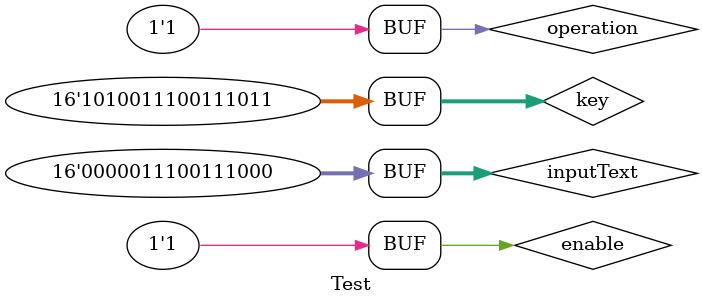
<source format=v>


module Crypto(key,inputText,enable,operation,outputText);
    input [15:0] key;
    input [15:0] inputText;
    input enable;      
    input operation;
    output [15:0] outputText;
	
    wire [15:0] encryptedText,decryptedText,result;

    Encryption e(key,inputText,encryptedText);
    Decryption d(key,inputText,decryptedText);
	
    MUX_16Bit_2x1 mux1(decryptedText,encryptedText,operation,result);
    MUX_16Bit_2x1 mux2(result,inputText,enable,outputText);
    
endmodule

module KeySchedule(key,k1,k2);
    input [15:0] key;
    output [15:0] k1,k2;
    
    wire [7:0] w2,w3,w4,w5;
    wire [3:0] w1a,w1b,w3a,w3b;
    
    SBoxEncrypt box1(key[7:4],w1a);
    SBoxEncrypt box2(key[3:0],w1b);
    SBoxEncrypt box3(w3[7:4],w3a);
    SBoxEncrypt box4(w3[3:0],w3b);
    
    assign w2 = key[15:8] ^ {w1b,w1a} ^ 8'b10000000;
    assign w3 = key[7:0] ^ w2;
    assign w4 = w2 ^ {w3b,w3a} ^ 8'b00110000;
    assign w5 = w3 ^ w4;

    assign k1 = {w2,w3};
    assign k2 = {w4,w5};

endmodule

module Encryption(key,plainText,cipherText);
    input [15:0] key;
    input [15:0] plainText;
    output [15:0] cipherText;
	
    wire [15:0] k1,k2,p1;
    wire [3:0] a,b,c,d,a_out,b_out,c_out,d_out,
                a1,b1,c1,d1,a1_out,b1_out,c1_out,d1_out;
	
    // Generate Round Keys
    KeySchedule keys(key,k1,k2);
	
    // Add Round Key
    assign {a,b,c,d} = plainText ^ key;

    // Substitute Nibbles
    SBoxEncrypt box1(a,a_out);
    SBoxEncrypt box2(b,b_out);
    SBoxEncrypt box3(c,c_out);
    SBoxEncrypt box4(d,d_out);

    // Shift Rows and Mix Columns
    assign p1 = {
        (a_out[3] ^ d_out[1]), (a_out[2] ^ d_out[3] ^ d_out[0]), (a_out[1] ^ d_out[3] ^ d_out[2]), (a_out[0] ^ d_out[2]),
        (a_out[1] ^ d_out[3]), (a_out[3] ^ a_out[0] ^ d_out[2]), (a_out[3] ^ a_out[2] ^ d_out[1]), (a_out[2] ^ d_out[0]),
        (c_out[3] ^ b_out[1]), (c_out[2] ^ b_out[3] ^ b_out[0]), (c_out[1] ^ b_out[3] ^ b_out[2]), (c_out[0] ^ b_out[2]),
        (c_out[1] ^ b_out[3]), (c_out[3] ^ c_out[0] ^ b_out[2]), (c_out[3] ^ c_out[2] ^ b_out[1]), (c_out[2] ^ b_out[0])
    };
                         
    // Add Round Key
    assign {a1,b1,c1,d1} = p1 ^ k1;
    
    // Substitute Nibbles
    SBoxEncrypt box5(a1,a1_out);
    SBoxEncrypt box6(b1,b1_out);
    SBoxEncrypt box7(c1,c1_out);
    SBoxEncrypt box8(d1,d1_out);
    
    // Shift Rows and Add Round Key
    assign cipherText = {a1_out,d1_out,c1_out,b1_out} ^ k2;

endmodule

module Decryption(key,cipherText,plainText);
    input [15:0] key;
    input [15:0] cipherText;
    output [15:0] plainText;
	
    wire [15:0] k1,k2;
    wire [3:0] a,b,c,d,a_out,b_out,c_out,d_out,
                a1,b1,c1,d1,a2,b2,c2,d2,a1_out,b1_out,c1_out,d1_out;
	
    // Generate Round Keys
    KeySchedule keys(key,k1,k2);
	
    // Add Round Key
    assign {a,b,c,d} = cipherText ^ k2;
	
    // Inverse Shift Rows and Substitute Nibbles
    SBoxDecrypt box1(a,a_out);
    SBoxDecrypt box2(d,b_out);
    SBoxDecrypt box3(c,c_out);
    SBoxDecrypt box4(b,d_out);
    
    // Add Round Key
    assign {a1_out,b1_out,c1_out,d1_out} = {a_out,b_out,c_out,d_out} ^ k1;
    
    // Inverse Mix Columns and Shift Rows
    assign {a1,b1,c1,d1} = {
        (a1_out[0] ^ b1_out[2]), (a1_out[3] ^ b1_out[1]), (a1_out[2] ^ b1_out[3] ^ b1_out[0]), (a1_out[1] ^ a1_out[0] ^ b1_out[3]),
        (c1_out[2] ^ d1_out[0]), (c1_out[1] ^ d1_out[3]), (c1_out[3] ^ c1_out[0] ^ d1_out[2]), (c1_out[3] ^ d1_out[1] ^ d1_out[0]),
        (c1_out[0] ^ d1_out[2]), (c1_out[3] ^ d1_out[1]), (c1_out[2] ^ d1_out[3] ^ d1_out[0]), (c1_out[1] ^ c1_out[0] ^ d1_out[3]),
        (a1_out[2] ^ b1_out[0]), (a1_out[1] ^ b1_out[3]), (a1_out[3] ^ a1_out[0] ^ b1_out[2]), (a1_out[3] ^ b1_out[1] ^ b1_out[0])
    };
    // Inverse {{1,0,0,0,0,0,1,0},{0,1,0,0,1,0,0,1},{0,0,1,0,1,1,0,0},{0,0,0,1,0,1,0,0},{0,0,1,0,1,0,0,0},{1,0,0,1,0,1,0,0},{1,1,0,0,0,0,1,0},{0,1,0,0,0,0,0,1}}
    
    // Inverse Substitute Nibbles
    SBoxDecrypt box5(a1,a2);
    SBoxDecrypt box6(b1,b2);
    SBoxDecrypt box7(c1,c2);
    SBoxDecrypt box8(d1,d2);
    
    // Add Round Key
    assign plainText = {a2,b2,c2,d2} ^ key;
    
endmodule

module SBoxEncrypt(s0_in,s0_out);
    input [3:0] s0_in;
    output [3:0] s0_out;

    reg [3:0] s0_out;
    
    always@(s0_in)
    begin
        case(s0_in)
            4'b0000: s0_out = 4'h9;
            4'b0001: s0_out = 4'h4;
            4'b0010: s0_out = 4'hA;
            4'b0011: s0_out = 4'hB;
            4'b0100: s0_out = 4'hD;
            4'b0101: s0_out = 4'h1;
            4'b0110: s0_out = 4'h8;
            4'b0111: s0_out = 4'h5;
            4'b1000: s0_out = 4'h6;
            4'b1001: s0_out = 4'h2;
            4'b1010: s0_out = 4'h0;
            4'b1011: s0_out = 4'h3;
            4'b1100: s0_out = 4'hC;
            4'b1101: s0_out = 4'hE;
            4'b1110: s0_out = 4'hF;
            4'b1111: s0_out = 4'h7;
        endcase
    end
endmodule

module SBoxDecrypt(s1_in,s1_out);
    input [3:0] s1_in;
    output [3:0] s1_out;

    reg [3:0] s1_out;

    always@(s1_in)
    begin
        case(s1_in)
            4'b0000: s1_out = 4'hA;
            4'b0001: s1_out = 4'h5;
            4'b0010: s1_out = 4'h9;
            4'b0011: s1_out = 4'hB;
            4'b0100: s1_out = 4'h1;
            4'b0101: s1_out = 4'h7;
            4'b0110: s1_out = 4'h8;
            4'b0111: s1_out = 4'hF;
            4'b1000: s1_out = 4'h6;
            4'b1001: s1_out = 4'h0;
            4'b1010: s1_out = 4'h2;
            4'b1011: s1_out = 4'h3;
            4'b1100: s1_out = 4'hC;
            4'b1101: s1_out = 4'h4;
            4'b1110: s1_out = 4'hD;
            4'b1111: s1_out = 4'hE;
        endcase
    end
endmodule

module MUX_2x1(I0,I1,S0,Result);
    input I0,I1,S0;
    output Result;
    and(w1,I0,S0);
    and(w2,I1,~S0);
    or(Result,w1,w2);
endmodule
 
module MUX_16Bit_2x1(IO,I1,SO,Result);
    input [15:0] IO,I1;
    input SO;
    output [15:0] Result;
    MUX_2x1 b0(IO[0],I1[0],SO,Result[0]);
    MUX_2x1 b1(IO[1],I1[1],SO,Result[1]);
    MUX_2x1 b2(IO[2],I1[2],SO,Result[2]);
    MUX_2x1 b3(IO[3],I1[3],SO,Result[3]);
    MUX_2x1 b4(IO[4],I1[4],SO,Result[4]);
    MUX_2x1 b5(IO[5],I1[5],SO,Result[5]);
    MUX_2x1 b6(IO[6],I1[6],SO,Result[6]);
    MUX_2x1 b7(IO[7],I1[7],SO,Result[7]);
    MUX_2x1 b8(IO[8],I1[8],SO,Result[8]);
    MUX_2x1 b9(IO[9],I1[9],SO,Result[9]);
    MUX_2x1 b10(IO[10],I1[10],SO,Result[10]);
    MUX_2x1 b11(IO[11],I1[11],SO,Result[11]);
    MUX_2x1 b12(IO[12],I1[12],SO,Result[12]);
    MUX_2x1 b13(IO[13],I1[13],SO,Result[13]);
    MUX_2x1 b14(IO[14],I1[14],SO,Result[14]);
    MUX_2x1 b15(IO[15],I1[15],SO,Result[15]);
endmodule

// Test Module

module Test();
    reg [15:0] key;
    reg [15:0] inputText;
    reg enable;
    reg operation;
    wire [15:0] outputText;
    
    Crypto c1(key,inputText,enable,operation,outputText);

    initial begin
        inputText = 16'b0000_0111_0011_1000;
        key = 16'b1010_0111_0011_1011;
        enable = 1;
        operation = 1;
        $display ("inputText            outputText");
        $monitor ("%b     %b", inputText, outputText);
    end
endmodule

/* Test Output:

inputText            outputText
0000011100111000     0110111101101011

*/




</source>
